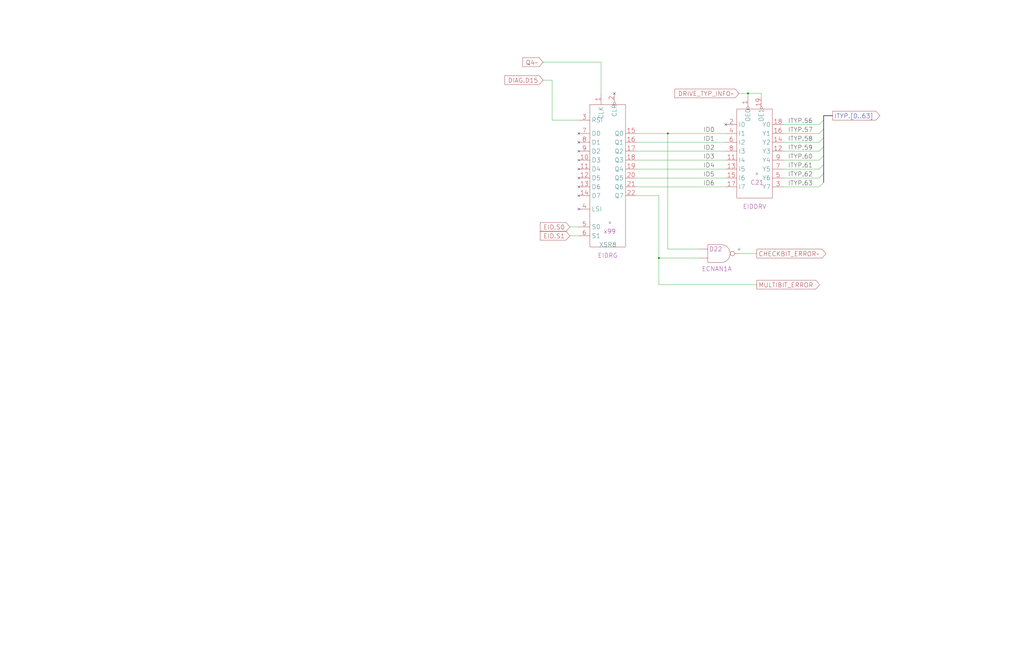
<source format=kicad_sch>
(kicad_sch (version 20220404) (generator eeschema)
  (paper "User" 584.2 378.46)
  (title_block (title "ERROR CHECKING & CORRECTION\\nERROR DETECTION") (date "22-SEP-90") (rev "2.0") (comment 1 "IOC") (comment 2 "232-003061") (comment 3 "S400") (comment 4 "RELEASED"))
  (lib_symbols
    (symbol "r1000:F00" (pin_numbers hide) (pin_names hide)
      (property "Reference" "U" (at 15.24 0 0))
      (property "Value" "F00" (at 1.905 -5.08 0))
      (property "Location" "___" (at 1.905 0 0))
      (property "Name" "______" (at 2.54 -12.7 0))
      (symbol "F00_0_1"
        (polyline (pts (xy -2.54 -7.62) (xy 5.08 -7.62)) (stroke (width 0.1524)))
        (polyline (pts (xy -2.54 2.54) (xy -2.54 -7.62)) (stroke (width 0.1524)))
        (polyline (pts (xy -2.54 2.54) (xy 5.08 2.54)) (stroke (width 0.1524)))
        (arc (start 5.08 -7.62) (mid 10.1282 -2.54) (end 5.08 2.54) (stroke (width 0.1524)))
        (circle (center 11.43 -2.54) (radius 1.27) (stroke (width 0.1524)))
      )
      (symbol "F00_0_2"
        (circle (center -3.81 -5.08) (radius 1.27) (stroke (width 0.1524)))
        (circle (center -3.81 0) (radius 1.27) (stroke (width 0.1524)))
        (arc (start -3.175 -7.62) (mid -2.134 -2.54) (end -3.175 2.54) (stroke (width 0.1524)))
        (polyline (pts (xy -3.175 -7.62) (xy 3.81 -7.62)) (stroke (width 0.1524)))
        (polyline (pts (xy -3.175 2.54) (xy 3.81 2.54)) (stroke (width 0.1524)))
        (arc (start 3.81 -7.62) (mid 7.5855 -5.8306) (end 10.16 -2.54) (stroke (width 0.1524)))
        (arc (start 10.16 -2.54) (mid 7.5827 0.7471) (end 3.81 2.54) (stroke (width 0.1524)))
      )
      (symbol "F00_1_1"
        (pin input line (at -7.62 0 0) (length 5.08) (name "D0") (number "1"))
        (pin input line (at -7.62 -5.08 0) (length 5.08) (name "D1") (number "2"))
        (pin output line (at 15.24 -2.54 180) (length 2.54) (name "Q") (number "3"))
      )
      (symbol "F00_1_2"
        (pin input line (at -7.62 0 0) (length 2.54) (name "D0") (number "1"))
        (pin input line (at -7.62 -5.08 0) (length 2.54) (name "D1") (number "2"))
        (pin output line (at 15.24 -2.54 180) (length 5.08) (name "Q") (number "3"))
      )
    )
    (symbol "r1000:F244" (pin_names (offset 1.016))
      (property "Reference" "U" (at 2.54 5.08 0))
      (property "Value" "F244" (at -3.81 -7.62 0))
      (property "Location" "___" (at -1.27 0 0))
      (property "Name" "______" (at 1.27 -15.24 0))
      (symbol "F244_1_1"
        (rectangle (start -8.89 41.91) (end 11.43 -8.89))
        (circle (center -2.54 42.545) (radius 0.635))
        (circle (center 5.08 42.545) (radius 0.635))
        (pin input line (at -2.54 48.26 270) (length 5.08) (name "OE0") (number "1"))
        (pin input line (at -15.24 12.7 0) (length 6.35) (name "I4") (number "11"))
        (pin tri_state line (at 17.78 17.78 180) (length 6.35) (name "Y3") (number "12"))
        (pin input line (at -15.24 7.62 0) (length 6.35) (name "I5") (number "13"))
        (pin tri_state line (at 17.78 22.86 180) (length 6.35) (name "Y2") (number "14"))
        (pin input line (at -15.24 2.54 0) (length 6.35) (name "I6") (number "15"))
        (pin tri_state line (at 17.78 27.94 180) (length 6.35) (name "Y1") (number "16"))
        (pin input line (at -15.24 -2.54 0) (length 6.35) (name "I7") (number "17"))
        (pin tri_state line (at 17.78 33.02 180) (length 6.35) (name "Y0") (number "18"))
        (pin input line (at 5.08 48.26 270) (length 5.08) (name "OE1") (number "19"))
        (pin input line (at -15.24 33.02 0) (length 6.35) (name "I0") (number "2"))
        (pin tri_state line (at 17.78 -2.54 180) (length 6.35) (name "Y7") (number "3"))
        (pin input line (at -15.24 27.94 0) (length 6.35) (name "I1") (number "4"))
        (pin tri_state line (at 17.78 2.54 180) (length 6.35) (name "Y6") (number "5"))
        (pin input line (at -15.24 22.86 0) (length 6.35) (name "I2") (number "6"))
        (pin tri_state line (at 17.78 7.62 180) (length 6.35) (name "Y5") (number "7"))
        (pin input line (at -15.24 17.78 0) (length 6.35) (name "I3") (number "8"))
        (pin tri_state line (at 17.78 12.7 180) (length 6.35) (name "Y4") (number "9"))
      )
    )
    (symbol "r1000:XSR8" (pin_names (offset 1.016))
      (property "Reference" "U" (at 2.54 5.08 0))
      (property "Value" "XSR8" (at -3.81 -7.62 0))
      (property "Location" "___" (at -1.27 0 0))
      (property "Name" "______" (at 1.27 -15.24 0))
      (symbol "XSR8_1_1"
        (rectangle (start -8.89 72.39) (end 11.43 -8.89))
        (circle (center 5.08 73.025) (radius 0.635))
        (pin input line (at -2.54 78.74 270) (length 6.35) (name "CLK") (number "1"))
        (pin input line (at -15.24 40.64 0) (length 6.35) (name "D3") (number "10"))
        (pin input line (at -15.24 35.56 0) (length 6.35) (name "D4") (number "11"))
        (pin input line (at -15.24 30.48 0) (length 6.35) (name "D5") (number "12"))
        (pin input line (at -15.24 25.4 0) (length 6.35) (name "D6") (number "13"))
        (pin input line (at -15.24 20.32 0) (length 6.35) (name "D7") (number "14"))
        (pin output line (at 17.78 55.88 180) (length 6.35) (name "Q0") (number "15"))
        (pin output line (at 17.78 50.8 180) (length 6.35) (name "Q1") (number "16"))
        (pin output line (at 17.78 45.72 180) (length 6.35) (name "Q2") (number "17"))
        (pin output line (at 17.78 40.64 180) (length 6.35) (name "Q3") (number "18"))
        (pin output line (at 17.78 35.56 180) (length 6.35) (name "Q4") (number "19"))
        (pin input line (at 5.08 78.74 270) (length 5.08) (name "CLR") (number "2"))
        (pin output line (at 17.78 30.48 180) (length 6.35) (name "Q5") (number "20"))
        (pin output line (at 17.78 25.4 180) (length 6.35) (name "Q6") (number "21"))
        (pin output line (at 17.78 20.32 180) (length 6.35) (name "Q7") (number "22"))
        (pin input line (at -15.24 63.5 0) (length 6.35) (name "RSI") (number "3"))
        (pin input line (at -15.24 12.7 0) (length 6.35) (name "LSI") (number "4"))
        (pin input line (at -15.24 2.54 0) (length 6.35) (name "S0") (number "5"))
        (pin input line (at -15.24 -2.54 0) (length 6.35) (name "S1") (number "6"))
        (pin input line (at -15.24 55.88 0) (length 6.35) (name "D0") (number "7"))
        (pin input line (at -15.24 50.8 0) (length 6.35) (name "D1") (number "8"))
        (pin input line (at -15.24 45.72 0) (length 6.35) (name "D2") (number "9"))
      )
    )
  )
  (junction (at 375.92 147.32))
  (junction (at 381 76.2))
  (junction (at 426.72 53.34))
  (no_connect (at 414.02 71.12))
  (no_connect (at 330.2 111.76))
  (no_connect (at 330.2 76.2))
  (no_connect (at 330.2 86.36))
  (no_connect (at 330.2 119.38))
  (no_connect (at 350.52 53.34))
  (no_connect (at 330.2 101.6))
  (no_connect (at 330.2 91.44))
  (no_connect (at 330.2 106.68))
  (no_connect (at 330.2 96.52))
  (no_connect (at 330.2 81.28))
  (bus_entry (at 469.9 68.58) (size -2.54 2.54))
  (bus_entry (at 469.9 78.74) (size -2.54 2.54))
  (bus_entry (at 469.9 104.14) (size -2.54 2.54))
  (bus_entry (at 469.9 83.82) (size -2.54 2.54))
  (bus_entry (at 469.9 88.9) (size -2.54 2.54))
  (bus_entry (at 469.9 93.98) (size -2.54 2.54))
  (bus_entry (at 469.9 99.06) (size -2.54 2.54))
  (bus_entry (at 469.9 73.66) (size -2.54 2.54))
  (wire (pts (xy 309.88 35.56) (xy 342.9 35.56)))
  (bus (pts (xy 469.9 99.06) (xy 469.9 104.14)))
  (bus (pts (xy 469.9 93.98) (xy 469.9 99.06)))
  (bus (pts (xy 469.9 66.04) (xy 469.9 68.58)))
  (wire (pts (xy 314.96 68.58) (xy 330.2 68.58)))
  (wire (pts (xy 342.9 35.56) (xy 342.9 53.34)))
  (wire (pts (xy 375.92 111.76) (xy 375.92 147.32)))
  (wire (pts (xy 426.72 53.34) (xy 434.34 53.34)))
  (wire (pts (xy 421.64 144.78) (xy 431.8 144.78)))
  (wire (pts (xy 363.22 111.76) (xy 375.92 111.76)))
  (bus (pts (xy 469.9 66.04) (xy 474.98 66.04)))
  (wire (pts (xy 381 76.2) (xy 381 142.24)))
  (bus (pts (xy 469.9 78.74) (xy 469.9 83.82)))
  (wire (pts (xy 363.22 91.44) (xy 414.02 91.44)))
  (wire (pts (xy 363.22 106.68) (xy 414.02 106.68)))
  (bus (pts (xy 469.9 68.58) (xy 469.9 73.66)))
  (wire (pts (xy 314.96 45.72) (xy 314.96 68.58)))
  (bus (pts (xy 469.9 73.66) (xy 469.9 78.74)))
  (wire (pts (xy 447.04 86.36) (xy 467.36 86.36)))
  (wire (pts (xy 447.04 96.52) (xy 467.36 96.52)))
  (wire (pts (xy 375.92 162.56) (xy 375.92 147.32)))
  (wire (pts (xy 447.04 81.28) (xy 467.36 81.28)))
  (wire (pts (xy 363.22 76.2) (xy 381 76.2)))
  (wire (pts (xy 325.12 129.54) (xy 330.2 129.54)))
  (wire (pts (xy 363.22 101.6) (xy 414.02 101.6)))
  (wire (pts (xy 363.22 86.36) (xy 414.02 86.36)))
  (wire (pts (xy 426.72 53.34) (xy 426.72 55.88)))
  (wire (pts (xy 447.04 101.6) (xy 467.36 101.6)))
  (wire (pts (xy 447.04 91.44) (xy 467.36 91.44)))
  (wire (pts (xy 447.04 106.68) (xy 467.36 106.68)))
  (wire (pts (xy 381 142.24) (xy 398.78 142.24)))
  (wire (pts (xy 309.88 45.72) (xy 314.96 45.72)))
  (wire (pts (xy 434.34 55.88) (xy 434.34 53.34)))
  (wire (pts (xy 447.04 76.2) (xy 467.36 76.2)))
  (wire (pts (xy 431.8 162.56) (xy 375.92 162.56)))
  (wire (pts (xy 363.22 81.28) (xy 414.02 81.28)))
  (wire (pts (xy 447.04 71.12) (xy 467.36 71.12)))
  (wire (pts (xy 421.64 53.34) (xy 426.72 53.34)))
  (bus (pts (xy 469.9 83.82) (xy 469.9 88.9)))
  (wire (pts (xy 325.12 134.62) (xy 330.2 134.62)))
  (bus (pts (xy 469.9 88.9) (xy 469.9 93.98)))
  (wire (pts (xy 381 76.2) (xy 414.02 76.2)))
  (wire (pts (xy 363.22 96.52) (xy 414.02 96.52)))
  (wire (pts (xy 375.92 147.32) (xy 398.78 147.32)))
  (label "ID3" (at 401.32 91.44 0) (effects (font (size 2.54 2.54))))
  (label "ID6" (at 401.32 106.68 0) (effects (font (size 2.54 2.54))))
  (label "ITYP.56" (at 449.58 71.12 0) (effects (font (size 2.54 2.54))))
  (label "ITYP.58" (at 449.58 81.28 0) (effects (font (size 2.54 2.54))))
  (label "ID4" (at 401.32 96.52 0) (effects (font (size 2.54 2.54))))
  (label "ID1" (at 401.32 81.28 0) (effects (font (size 2.54 2.54))))
  (label "ITYP.59" (at 449.58 86.36 0) (effects (font (size 2.54 2.54))))
  (label "ITYP.63" (at 449.58 106.68 0) (effects (font (size 2.54 2.54))))
  (label "ITYP.57" (at 449.58 76.2 0) (effects (font (size 2.54 2.54))))
  (label "ITYP.62" (at 449.58 101.6 0) (effects (font (size 2.54 2.54))))
  (label "ID5" (at 401.32 101.6 0) (effects (font (size 2.54 2.54))))
  (label "ITYP.61" (at 449.58 96.52 0) (effects (font (size 2.54 2.54))))
  (label "ITYP.60" (at 449.58 91.44 0) (effects (font (size 2.54 2.54))))
  (label "ID2" (at 401.32 86.36 0) (effects (font (size 2.54 2.54))))
  (label "ID0" (at 401.32 76.2 0) (effects (font (size 2.54 2.54))))
  (global_label "EID.S0" (shape input) (at 325.12 129.54 180) (effects (font (size 2.54 2.54))) (property "Intersheet References" "${INTERSHEET_REFS}" (at 308.1988 129.3813 0) (effects (font (size 1.905 1.905)) (justify right))))
  (global_label "DIAG.D15" (shape input) (at 309.88 45.72 180) (effects (font (size 2.54 2.54))) (property "Intersheet References" "${INTERSHEET_REFS}" (at 287.9997 45.5613 0) (effects (font (size 1.905 1.905)) (justify right))))
  (global_label "ITYP.[0..63]" (shape output) (at 474.98 66.04 0) (effects (font (size 2.54 2.54))) (property "Intersheet References" "${INTERSHEET_REFS}" (at 502.7973 66.04 0) (effects (font (size 1.905 1.905)) (justify left))))
  (global_label "Q4~" (shape input) (at 309.88 35.56 180) (effects (font (size 2.54 2.54))) (property "Intersheet References" "${INTERSHEET_REFS}" (at 291.9911 35.4013 0) (effects (font (size 1.905 1.905)) (justify right))))
  (global_label "EID.S1" (shape input) (at 325.12 134.62 180) (effects (font (size 2.54 2.54))) (property "Intersheet References" "${INTERSHEET_REFS}" (at 308.1988 134.4613 0) (effects (font (size 1.905 1.905)) (justify right))))
  (global_label "MULTIBIT_ERROR" (shape output) (at 431.8 162.56 0) (effects (font (size 2.54 2.54))) (property "Intersheet References" "${INTERSHEET_REFS}" (at 467.5898 162.4013 0) (effects (font (size 1.905 1.905)) (justify left))))
  (global_label "CHECKBIT_ERROR~" (shape output) (at 431.8 144.78 0) (effects (font (size 2.54 2.54))) (property "Intersheet References" "${INTERSHEET_REFS}" (at 471.2184 144.6213 0) (effects (font (size 1.905 1.905)) (justify left))))
  (global_label "DRIVE_TYP_INFO~" (shape input) (at 421.64 53.34 180) (effects (font (size 2.54 2.54))) (property "Intersheet References" "${INTERSHEET_REFS}" (at 385.0035 53.1813 0) (effects (font (size 1.905 1.905)) (justify right))))
  (symbol (lib_id "r1000:F00") (at 406.4 142.24 0) (unit 1)
    (default_instance (reference "U") (unit 1) (value "") (footprint ""))
    (property "Reference" "U" (at 421.64 142.24 0))
    (property "Location" "D22" (at 408.305 142.24 0) (effects (font (size 2.54 2.54))))
    (property "Name" "ECNAN1A" (at 408.94 154.94 0) (effects (font (size 2.54 2.54)) (justify bottom)))
  )
  (symbol (lib_id "r1000:XSR8") (at 345.44 132.08 0) (unit 1)
    (default_instance (reference "U") (unit 1) (value "XSR8") (footprint ""))
    (property "Reference" "U" (at 347.98 127 0))
    (property "Value" "XSR8" (at 341.63 139.7 0) (effects (font (size 2.54 2.54)) (justify left)))
    (property "Location" "x99" (at 344.17 132.08 0) (effects (font (size 2.54 2.54)) (justify left)))
    (property "Name" "EIDRG" (at 346.71 147.32 0) (effects (font (size 2.54 2.54)) (justify bottom)))
  )
  (symbol (lib_id "r1000:F244") (at 429.26 104.14 0) (unit 1)
    (default_instance (reference "U") (unit 1) (value "") (footprint ""))
    (property "Reference" "U" (at 431.8 99.06 0))
    (property "Location" "C21" (at 427.99 104.14 0) (effects (font (size 2.54 2.54)) (justify left)))
    (property "Name" "EIDDRV" (at 430.53 119.38 0) (effects (font (size 2.54 2.54)) (justify bottom)))
  )
)
</source>
